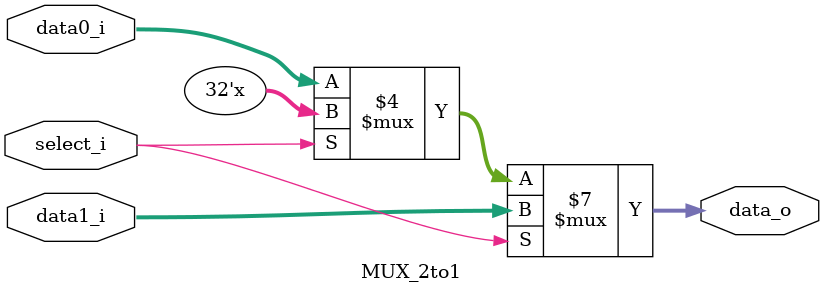
<source format=v>
`timescale 1ns/1ps

module MUX_2to1(
    input       [32-1:0] data0_i,
    input       [32-1:0] data1_i,
    input                select_i,
    output reg  [32-1:0] data_o
);
/* Write your code HERE */
always @(*) begin
    if (select_i == 1'b1) begin
        data_o <= data1_i;
    end else if (select_i == 1'b0) begin
        data_o <= data0_i;
    end
end
endmodule


</source>
